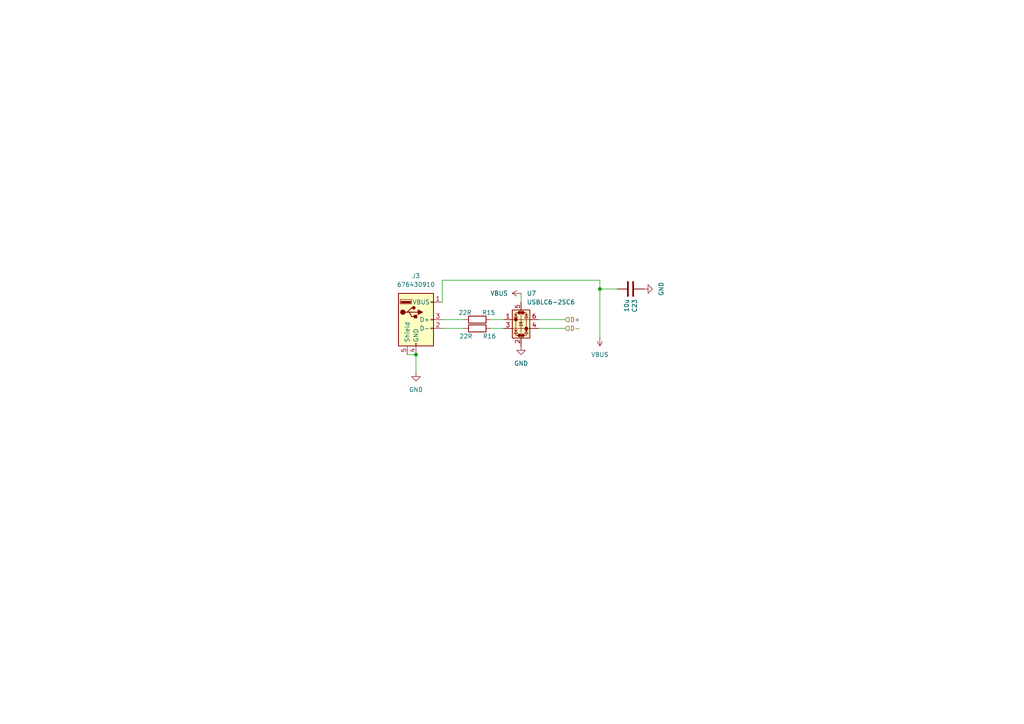
<source format=kicad_sch>
(kicad_sch (version 20250114) (generator "eeschema") (generator_version "9.0")
  (paper "A4")
  (title_block (title "${NAME}") (date "2025-06-22") (rev "${VERSION}") (company "Mikhail Matveev") (comment 1 "https://github.com/xtremespb/frank"))
  (lib_symbols
    (symbol "Connector:USB_A" (pin_names (offset 1.016))
      (property "Reference" "J" (at -5.08 11.43 0))
      (property "Value" "USB_A" (at -5.08 8.89 0))
      (symbol "USB_A_0_1"
        (rectangle (start -5.08 -7.62) (end 5.08 7.62) (stroke (width 0.254)) (fill (type background)))
        (circle (center -3.81 2.159) (radius 0.635) (stroke (width 0.254)) (fill (type outline)))
        (polyline (pts (xy -3.175 2.159) (xy -2.54 2.159) (xy -1.27 3.429) (xy -0.635 3.429)) (stroke (width 0.254)))
        (polyline (pts (xy -2.54 2.159) (xy -1.905 2.159) (xy -1.27 0.889) (xy 0 0.889)) (stroke (width 0.254)))
        (rectangle (start -1.524 4.826) (end -4.318 5.334) (fill (type outline)))
        (rectangle (start -1.27 4.572) (end -4.572 5.842))
        (circle (center -0.635 3.429) (radius 0.381) (stroke (width 0.254)) (fill (type outline)))
        (rectangle (start -0.127 -7.62) (end 0.127 -6.858))
        (rectangle (start 0.254 1.27) (end -0.508 0.508) (stroke (width 0.254)) (fill (type outline)))
        (polyline (pts (xy 0.635 2.794) (xy 0.635 1.524) (xy 1.905 2.159) (xy 0.635 2.794)) (stroke (width 0.254)) (fill (type outline)))
        (rectangle (start 5.08 4.953) (end 4.318 5.207))
        (rectangle (start 5.08 -0.127) (end 4.318 0.127))
        (rectangle (start 5.08 -2.667) (end 4.318 -2.413))
      )
      (symbol "USB_A_1_1"
        (polyline (pts (xy -1.905 2.159) (xy 0.635 2.159)) (stroke (width 0.254)))
        (pin passive line (at -2.54 -10.16 90) (length 2.54) (name "Shield") (number "5"))
        (pin power_in line (at 0 -10.16 90) (length 2.54) (name "GND") (number "4"))
        (pin power_in line (at 7.62 5.08 180) (length 2.54) (name "VBUS") (number "1"))
        (pin bidirectional line (at 7.62 0 180) (length 2.54) (name "D+") (number "3"))
        (pin bidirectional line (at 7.62 -2.54 180) (length 2.54) (name "D-") (number "2"))
      )
    )
    (symbol "Device:C" (pin_numbers (hide yes)) (pin_names (offset 0.254))
      (property "Reference" "C" (at 0.635 2.54 0))
      (property "Value" "C" (at 0.635 -2.54 0))
      (symbol "C_0_1"
        (polyline (pts (xy -2.032 0.762) (xy 2.032 0.762)) (stroke (width 0.508)))
        (polyline (pts (xy -2.032 -0.762) (xy 2.032 -0.762)) (stroke (width 0.508)))
      )
      (symbol "C_1_1"
        (pin passive line (at 0 3.81 270) (length 2.794) (name "~") (number "1"))
        (pin passive line (at 0 -3.81 90) (length 2.794) (name "~") (number "2"))
      )
    )
    (symbol "Device:R" (pin_numbers (hide yes)) (pin_names (offset 0))
      (property "Reference" "R" (at 2.032 0 90))
      (property "Value" "R" (at 0 0 90))
      (symbol "R_0_1"
        (rectangle (start -1.016 -2.54) (end 1.016 2.54) (stroke (width 0.254)))
      )
      (symbol "R_1_1"
        (pin passive line (at 0 3.81 270) (length 1.27) (name "~") (number "1"))
        (pin passive line (at 0 -3.81 90) (length 1.27) (name "~") (number "2"))
      )
    )
    (symbol "FRANK:USBLC6-2SC6" (pin_names (hide yes))
      (property "Reference" "U7" (at 1.6511 7.62 0))
      (property "Value" "USBLC6-2SC6" (at 1.6511 5.08 0))
      (symbol "USBLC6-2SC6_0_0"
        (circle (center -1.524 0) (radius 0.0001) (stroke (width 0.508)))
        (circle (center -0.508 2.032) (radius 0.0001) (stroke (width 0.508)))
        (circle (center -0.508 -4.572) (radius 0.0001) (stroke (width 0.508)))
        (circle (center 0.508 2.032) (radius 0.0001) (stroke (width 0.508)))
        (circle (center 0.508 -4.572) (radius 0.0001) (stroke (width 0.508)))
        (circle (center 1.524 -2.54) (radius 0.0001) (stroke (width 0.508)))
      )
      (symbol "USBLC6-2SC6_0_1"
        (polyline (pts (xy -2.54 0) (xy 2.54 0)))
        (polyline (pts (xy -2.54 -2.54) (xy 2.54 -2.54)))
        (polyline (pts (xy -2.032 0.508) (xy -1.016 0.508) (xy -1.524 1.524) (xy -2.032 0.508)))
        (polyline (pts (xy -2.032 -3.048) (xy -1.016 -3.048)))
        (polyline (pts (xy -1.016 1.524) (xy -2.032 1.524)))
        (polyline (pts (xy -1.016 -4.064) (xy -2.032 -4.064) (xy -1.524 -3.048) (xy -1.016 -4.064)))
        (polyline (pts (xy -0.508 -1.143) (xy -0.508 -0.762) (xy 0.508 -0.762)))
        (polyline (pts (xy 0 2.54) (xy -0.508 2.032) (xy 0.508 2.032) (xy 0 1.524) (xy 0 -4.064) (xy -0.508 -4.572) (xy 0.508 -4.572) (xy 0 -5.08)))
        (polyline (pts (xy 0.508 -1.778) (xy -0.508 -1.778) (xy 0 -0.762) (xy 0.508 -1.778)))
        (polyline (pts (xy 1.016 1.524) (xy 2.032 1.524)))
        (polyline (pts (xy 1.016 -3.048) (xy 2.032 -3.048)))
        (polyline (pts (xy 2.032 0.508) (xy 1.016 0.508) (xy 1.524 1.524) (xy 2.032 0.508)))
        (polyline (pts (xy 2.032 -4.064) (xy 1.016 -4.064) (xy 1.524 -3.048) (xy 2.032 -4.064)))
      )
      (symbol "USBLC6-2SC6_1_1"
        (rectangle (start -2.54 2.794) (end 2.54 -5.334) (stroke (width 0.254)) (fill (type background)))
        (polyline (pts (xy -0.508 2.032) (xy -1.524 2.032) (xy -1.524 -4.572) (xy -0.508 -4.572)))
        (polyline (pts (xy 0.508 -4.572) (xy 1.524 -4.572) (xy 1.524 2.032) (xy 0.508 2.032)))
        (pin passive line (at -5.08 0 0) (length 2.54) (name "I/O1") (number "1"))
        (pin passive line (at -5.08 -2.54 0) (length 2.54) (name "I/O2") (number "3"))
        (pin passive line (at 0 5.08 270) (length 2.54) (name "VBUS") (number "5"))
        (pin passive line (at 0 -7.62 90) (length 2.54) (name "GND") (number "2"))
        (pin passive line (at 5.08 0 180) (length 2.54) (name "I/O1") (number "6"))
        (pin passive line (at 5.08 -2.54 180) (length 2.54) (name "I/O2") (number "4"))
      )
    )
    (symbol "power:GND" (power) (pin_numbers (hide yes)) (pin_names (offset 0) (hide yes))
      (property "Value" "GND" (at 0 -3.81 0))
      (symbol "GND_0_1"
        (polyline (pts (xy 0 0) (xy 0 -1.27) (xy 1.27 -1.27) (xy 0 -2.54) (xy -1.27 -1.27) (xy 0 -1.27)))
      )
      (symbol "GND_1_1"
        (pin power_in line (at 0 0 270) (length 0) (name "~") (number "1"))
      )
    )
    (symbol "power:VBUS" (power) (pin_numbers (hide yes)) (pin_names (offset 0) (hide yes))
      (property "Value" "VBUS" (at 0 3.556 0))
      (symbol "VBUS_0_1"
        (polyline (pts (xy -0.762 1.27) (xy 0 2.54)))
        (polyline (pts (xy 0 2.54) (xy 0.762 1.27)))
        (polyline (pts (xy 0 0) (xy 0 2.54)))
      )
      (symbol "VBUS_1_1"
        (pin power_in line (at 0 0 90) (length 0) (name "~") (number "1"))
      )
    )
  )
  (junction (at 173.99 83.82))
  (junction (at 120.65 102.87))
  (wire (pts (xy 156.21 95.25) (xy 163.83 95.25)))
  (wire (pts (xy 120.65 102.87) (xy 120.65 107.95)))
  (wire (pts (xy 142.24 95.25) (xy 146.05 95.25)))
  (wire (pts (xy 128.27 81.28) (xy 128.27 87.63)))
  (wire (pts (xy 173.99 83.82) (xy 179.07 83.82)))
  (wire (pts (xy 118.11 102.87) (xy 120.65 102.87)))
  (wire (pts (xy 173.99 81.28) (xy 173.99 83.82)))
  (wire (pts (xy 151.13 85.09) (xy 151.13 87.63)))
  (wire (pts (xy 142.24 92.71) (xy 146.05 92.71)))
  (wire (pts (xy 128.27 92.71) (xy 134.62 92.71)))
  (wire (pts (xy 128.27 95.25) (xy 134.62 95.25)))
  (wire (pts (xy 128.27 81.28) (xy 173.99 81.28)))
  (wire (pts (xy 156.21 92.71) (xy 163.83 92.71)))
  (wire (pts (xy 173.99 83.82) (xy 173.99 97.79)))
  (hierarchical_label "D-" (shape input) (at 163.83 95.25 0))
  (hierarchical_label "D+" (shape input) (at 163.83 92.71 0))
  (symbol (lib_id "Device:C") (at 182.88 83.82 270) (unit 1)
    (property "Reference" "C23" (at 184.0484 86.741 0) (effects (justify left)))
    (property "Value" "10u" (at 181.737 86.741 0) (effects (justify left)))
    (property "Footprint" "FRANK:Capacitor (0805)" (effects (hide yes)))
    (property "Datasheet" "https://eu.mouser.com/datasheet/2/40/KGM_X7R-3223212.pdf" (effects (hide yes)))
    (property "AliExpress" "https://www.aliexpress.com/item/33008008276.html" (effects (hide yes)))
  )
  (symbol (lib_id "power:VBUS") (at 173.99 97.79 180) (unit 1)
    (property "Reference" "#PWR048" (effects (hide yes)))
    (property "Value" "VBUS" (at 173.99 102.87 0))
    (property "Description" "Power symbol creates a global label with name \"VBUS\"" (effects (hide yes)))
  )
  (symbol (lib_id "Device:R") (at 138.43 92.71 270) (mirror x) (unit 1)
    (property "Reference" "R15" (at 141.732 90.678 90))
    (property "Value" "22R" (at 134.874 90.678 90))
    (property "Footprint" "FRANK:Resistor (0805)" (effects (hide yes)))
    (property "Datasheet" "https://www.vishay.com/docs/28952/mcs0402at-mct0603at-mcu0805at-mca1206at.pdf" (effects (hide yes)))
    (property "AliExpress" "https://www.aliexpress.com/item/1005005945735199.html" (effects (hide yes)))
  )
  (symbol (lib_id "FRANK:USBLC6-2SC6") (at 151.13 92.71 0) (unit 1)
    (property "Reference" "U7" (at 152.7811 85.09 0) (effects (justify left)))
    (property "Value" "USBLC6-2SC6" (at 152.7811 87.63 0) (effects (justify left)))
    (property "Footprint" "FRANK:SOT-23-6" (effects (hide yes)))
    (property "Datasheet" "https://www.st.com/resource/en/datasheet/usblc6-2.pdf" (effects (hide yes)))
    (property "Description" "Very low capacitance ESD protection diode, 2 data-line, SOT-23-6" (effects (hide yes)))
    (property "AliExpress" "https://vi.aliexpress.com/item/1005006883533480.html" (effects (hide yes)))
  )
  (symbol (lib_id "power:GND") (at 120.65 107.95 0) (unit 1)
    (property "Reference" "#PWR050" (effects (hide yes)))
    (property "Value" "GND" (at 120.65 113.03 0))
    (property "Description" "Power symbol creates a global label with name \"GND\" , ground" (effects (hide yes)))
  )
  (symbol (lib_id "Device:R") (at 138.43 95.25 270) (mirror x) (unit 1)
    (property "Reference" "R16" (at 141.986 97.536 90))
    (property "Value" "22R" (at 135.128 97.536 90))
    (property "Footprint" "FRANK:Resistor (0805)" (effects (hide yes)))
    (property "Datasheet" "https://www.vishay.com/docs/28952/mcs0402at-mct0603at-mcu0805at-mca1206at.pdf" (effects (hide yes)))
    (property "AliExpress" "https://www.aliexpress.com/item/1005005945735199.html" (effects (hide yes)))
  )
  (symbol (lib_id "power:GND") (at 151.13 100.33 0) (unit 1)
    (property "Reference" "#PWR049" (effects (hide yes)))
    (property "Value" "GND" (at 151.13 105.41 0))
    (property "Description" "Power symbol creates a global label with name \"GND\" , ground" (effects (hide yes)))
  )
  (symbol (lib_id "Connector:USB_A") (at 120.65 92.71 0) (unit 1)
    (property "Reference" "J3" (at 120.65 80.01 0))
    (property "Value" "676430910" (at 120.65 82.55 0))
    (property "Footprint" "FRANK:USB Type A (single)" (effects (hide yes)))
    (property "Datasheet" "https://www.molex.com/en-us/products/part-detail-pdf/676430910?display=pdf" (effects (hide yes)))
    (property "Description" "USB Type A connector" (effects (hide yes)))
    (property "AliExpress" "https://vi.aliexpress.com/item/32265708803.html" (effects (hide yes)))
  )
  (symbol (lib_id "power:GND") (at 186.69 83.82 90) (unit 1)
    (property "Reference" "#PWR046" (effects (hide yes)))
    (property "Value" "GND" (at 191.77 83.82 0))
    (property "Description" "Power symbol creates a global label with name \"GND\" , ground" (effects (hide yes)))
  )
  (symbol (lib_id "power:VBUS") (at 151.13 85.09 90) (unit 1)
    (property "Reference" "#PWR047" (effects (hide yes)))
    (property "Value" "VBUS" (at 147.32 85.0899 90) (effects (justify left)))
    (property "Description" "Power symbol creates a global label with name \"VBUS\"" (effects (hide yes)))
  )
)
</source>
